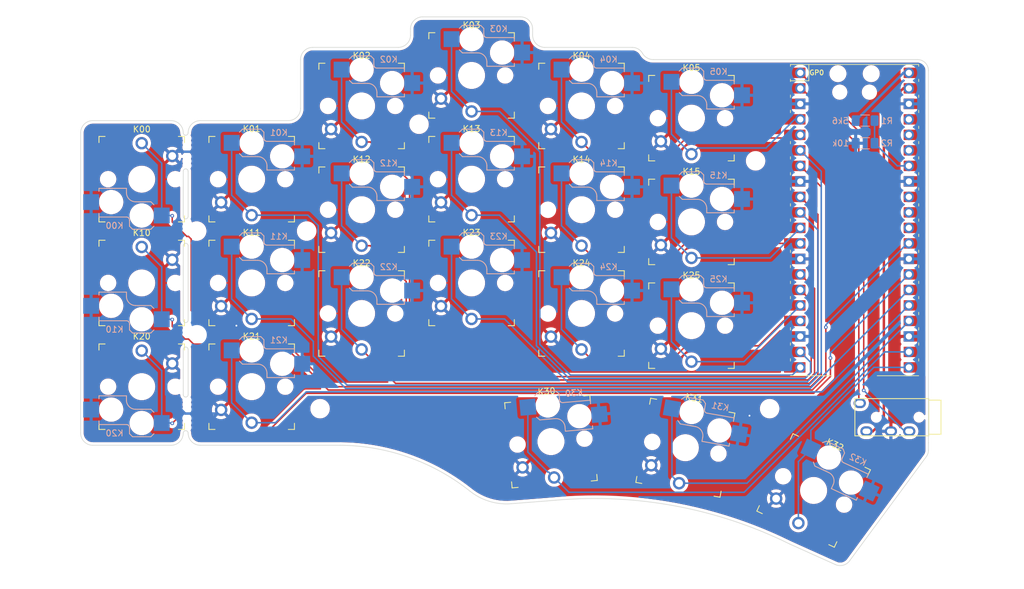
<source format=kicad_pcb>
(kicad_pcb (version 20240108) (generator "pcbnew") (generator_version "8.0")
  (title_block (rev "rev1.0"))
  (layers (0 "F.Cu" signal) (31 "B.Cu" signal) (34 "B.Paste" user) (35 "F.Paste" user) (36 "B.SilkS" user "B.Silkscreen") (37 "F.SilkS" user "F.Silkscreen") (38 "B.Mask" user) (39 "F.Mask" user) (44 "Edge.Cuts" user))
  (net 0 "")
  (net 1 "GND")
  (net 2 "/k00")
  (net 3 "/k01")
  (net 4 "/k02")
  (net 5 "/k03")
  (net 6 "/k04")
  (net 7 "/k05")
  (net 8 "/k10")
  (net 9 "/k11")
  (net 10 "/k12")
  (net 11 "/k13")
  (net 12 "/k14")
  (net 13 "/k15")
  (net 14 "/k20")
  (net 15 "/k21")
  (net 16 "/k22")
  (net 17 "/k23")
  (net 18 "/k24")
  (net 19 "/k25")
  (net 20 "/k30")
  (net 21 "/k31")
  (net 22 "/k32")
  (net 23 "rx")
  (net 24 "tx")
  (net 25 "VBUS")
  (net 26 "vbus_sense")
  (net 33 "VCC")
  (footprint "keyswitches:Kailh_socket_PG1350_optional" (layer "F.Cu") (at 164 94)
    (property "Reference" "K25")
    (property "Value" "KEYSW")
  )
  (footprint "keyswitches:Kailh_socket_PG1350_optional" (layer "F.Cu") (at 146 92)
    (property "Reference" "K24")
    (property "Value" "KEYSW")
  )
  (footprint "keyswitches:Kailh_socket_PG1350_optional" (layer "F.Cu") (at 92 104)
    (property "Reference" "K21")
    (property "Value" "KEYSW")
  )
  (footprint "keyswitches:Kailh_socket_PG1350_optional" (layer "F.Cu") (at 110 58)
    (property "Reference" "K02")
    (property "Value" "KEYSW")
  )
  (footprint "beekeeb_lib:MountingHole_2.2mm_M2-8mm" (layer "F.Cu") (at 103.2 107.6)
    (property "Reference" "H4" (hide yes))
    (property "Value" "MountingHole")
  )
  (footprint "keyswitches:Kailh_socket_PG1350_optional" (layer "F.Cu") (at 74 87 180)
    (property "Reference" "K10")
    (property "Value" "KEYSW")
  )
  (footprint "RPi_Pico:RPi_Pico_SMD_TH" (layer "F.Cu") (at 190.7032 76.708)
    (property "Reference" "U2" (hide yes))
    (property "Value" "Pico")
  )
  (footprint "keyswitches:Kailh_socket_PG1350_optional" (layer "F.Cu") (at 146 58)
    (property "Reference" "K04")
    (property "Value" "KEYSW")
  )
  (footprint "keyswitches:Kailh_socket_PG1350_optional" (layer "F.Cu") (at 110 75)
    (property "Reference" "K12")
    (property "Value" "KEYSW")
  )
  (footprint "beekeeb_lib:MountingHole_2.2mm_M2-8mm" (layer "F.Cu") (at 174.5 67)
    (property "Reference" "H2" (hide yes))
    (property "Value" "MountingHole")
  )
  (footprint "keyswitches:Kailh_socket_PG1350_optional" (layer "F.Cu") (at 141 113 5)
    (property "Reference" "K30")
    (property "Value" "KEYSW")
  )
  (footprint "beekeeb_lib:MountingHole_2.2mm_M2-8mm" (layer "F.Cu") (at 83 95.5)
    (property "Reference" "H4" (hide yes))
    (property "Value" "MountingHole")
  )
  (footprint "keyswitches:Kailh_socket_PG1350_optional" (layer "F.Cu") (at 92 70)
    (property "Reference" "K01")
    (property "Value" "KEYSW")
  )
  (footprint "beekeeb_lib:mousebites_2" (layer "F.Cu") (at 81.4 78.5 90)
    (property "Reference" "MB1" (hide yes))
    (property "Value" "MountingHole" (hide yes))
  )
  (footprint "beekeeb_lib:mousebites_3" (layer "F.Cu") (at 81.4 108.4352 90)
    (property "Reference" "MB3" (hide yes))
    (property "Value" "MountingHole" (hide yes))
  )
  (footprint "beekeeb_lib:mousebites_2" (layer "F.Cu") (at 81.4 95.5 90)
    (property "Reference" "MB2" (hide yes))
    (property "Value" "MountingHole" (hide yes))
  )
  (footprint "keyswitches:Kailh_socket_PG1350_optional" (layer "F.Cu") (at 146 75)
    (property "Reference" "K14")
    (property "Value" "KEYSW")
  )
  (footprint "keyswitches:Kailh_socket_PG1350_optional" (layer "F.Cu") (at 128 87)
    (property "Reference" "K23")
    (property "Value" "KEYSW")
  )
  (footprint "keyswitches:Kailh_socket_PG1350_optional" (layer "F.Cu") (at 128 53)
    (property "Reference" "K03")
    (property "Value" "KEYSW")
  )
  (footprint "beekeeb_lib:MountingHole_2.2mm_M2-8mm" (layer "F.Cu") (at 83 78.5)
    (property "Reference" "H4" (hide yes))
    (property "Value" "MountingHole")
  )
  (footprint "beekeeb_lib:MountingHole_2.2mm_M2-8mm" (layer "F.Cu") (at 119.4 61)
    (property "Reference" "H1" (hide yes))
    (property "Value" "MountingHole")
  )
  (footprint "keyswitches:Kailh_socket_PG1350_optional" (layer "F.Cu") (at 110 92)
    (property "Reference" "K22")
    (property "Value" "KEYSW")
  )
  (footprint "Keebio-Parts:TRRS-PJ-320A" (layer "F.Cu") (at 202.85 109 -90)
    (property "Reference" "J1" (hide yes))
    (property "Value" "TRRS")
  )
  (footprint "keyswitches:Kailh_socket_PG1350_optional" (layer "F.Cu") (at 164 77)
    (property "Reference" "K15")
    (property "Value" "KEYSW")
  )
  (footprint "beekeeb_lib:MountingHole_2.2mm_M2-8mm" (layer "F.Cu") (at 176.8 107.6)
    (property "Reference" "H3" (hide yes))
    (property "Value" "MountingHole")
  )
  (footprint "beekeeb_lib:MountingHole_2.2mm_M2-8mm" (layer "F.Cu") (at 101 78.5)
    (property "Reference" "H1" (hide yes))
    (property "Value" "MountingHole")
  )
  (footprint "keyswitches:Kailh_socket_PG1350_optional" (layer "F.Cu") (at 184 121 -25)
    (property "Reference" "K32")
    (property "Value" "KEYSW")
  )
  (footprint "keyswitches:Kailh_socket_PG1350_optional" (layer "F.Cu") (at 92 87)
    (property "Reference" "K11")
    (property "Value" "KEYSW")
  )
  (footprint "keyswitches:Kailh_socket_PG1350_optional" (layer "F.Cu") (at 164 60)
    (property "Reference" "K05")
    (property "Value" "KEYSW")
  )
  (footprint "beekeeb_lib:mousebites_3" (layer "F.Cu") (at 81.4 65.5352 90)
    (property "Reference" "MB4" (hide yes))
    (property "Value" "MountingHole" (hide yes))
  )
  (footprint "keyswitches:Kailh_socket_PG1350_optional" (layer "F.Cu") (at 74 104 180)
    (property "Reference" "K20")
    (property "Value" "KEYSW")
  )
  (footprint "keyswitches:Kailh_socket_PG1350_optional" (layer "F.Cu") (at 128 70)
    (property "Reference" "K13")
    (property "Value" "KEYSW")
  )
  (footprint "keyswitches:Kailh_socket_PG1350_optional" (layer "F.Cu") (at 74 70 180)
    (property "Reference" "K00")
    (property "Value" "KEYSW")
  )
  (footprint "keyswitches:Kailh_socket_PG1350_optional" (layer "F.Cu") (at 163 114 -10)
    (property "Reference" "K31")
    (property "Value" "KEYSW")
  )
  (footprint "Resistor_SMD:R_1206_3216Metric_Pad1.30x1.75mm_HandSolder" (layer "B.Cu") (at 192.4304 64.1096 180)
    (property "Reference" "R2")
    (property "Value" "10k")
  )
  (footprint "Resistor_SMD:R_1206_3216Metric_Pad1.30x1.75mm_HandSolder" (layer "B.Cu") (at 192.4304 60.4012)
    (property "Reference" "R1")
    (property "Value" "5k6")
  )
  (gr_line (start 81.6 97.9) (end 81.6 105.3) (stroke (width 0.1)) (layer "Edge.Cuts"))
  (gr_arc (start 201 50.4) (mid 202.272792 50.927208) (end 202.8 52.2) (stroke (width 0.1)) (layer "Edge.Cuts"))
  (gr_line (start 98 60.4) (end 83.6 60.4) (stroke (width 0.1)) (layer "Edge.Cuts"))
  (gr_arc (start 100 50.4) (mid 100.585786 48.985786) (end 102 48.4) (stroke (width 0.1)) (layer "Edge.Cuts"))
  (gr_line (start 83.6 113.6) (end 106.5 113.6) (stroke (width 0.1)) (layer "Edge.Cuts"))
  (gr_line (start 189.949999 132.449999) (end 202.434044 115.487896) (stroke (width 0.1)) (layer "Edge.Cuts"))
  (gr_arc (start 134.5 123.175) (mid 130.930967 122.788889) (end 127.75 121.125) (stroke (width 0.1)) (layer "Edge.Cuts"))
  (gr_arc (start 118 45.4) (mid 118.585786 43.985786) (end 120 43.4) (stroke (width 0.1)) (layer "Edge.Cuts"))
  (gr_arc (start 78.8 60.4) (mid 80.214214 60.985786) (end 80.8 62.4) (stroke (width 0.1)) (layer "Edge.Cuts"))
  (gr_line (start 201 50.4) (end 157.750002 50.399998) (stroke (width 0.1)) (layer "Edge.Cuts"))
  (gr_line (start 118 45.4) (end 118 46.4) (stroke (width 0.1)) (layer "Edge.Cuts"))
  (gr_arc (start 81.6 62.4) (mid 81.2 62.8) (end 80.8 62.4) (stroke (width 0.1)) (layer "Edge.Cuts"))
  (gr_line (start 138 46.4) (end 138 45.4) (stroke (width 0.1)) (layer "Edge.Cuts"))
  (gr_line (start 81.6 68.7) (end 81.6 76.1) (stroke (width 0.1)) (layer "Edge.Cuts"))
  (gr_arc (start 81.6 93.1) (mid 81.2 93.5) (end 80.8 93.1) (stroke (width 0.1)) (layer "Edge.Cuts"))
  (gr_arc (start 80.8 111.6) (mid 81.2 111.2) (end 81.6 111.6) (stroke (width 0.1)) (layer "Edge.Cuts"))
  (gr_arc (start 81.6 76.1) (mid 81.2 76.5) (end 80.8 76.1) (stroke (width 0.1)) (layer "Edge.Cuts"))
  (gr_arc (start 80.8 111.6) (mid 80.214214 113.014214) (end 78.8 113.6) (stroke (width 0.1)) (layer "Edge.Cuts"))
  (gr_line (start 80.8 97.9) (end 80.8 105.3) (stroke (width 0.1)) (layer "Edge.Cuts"))
  (gr_arc (start 202.8 114.4) (mid 202.70606 114.973899) (end 202.434044 115.487896) (stroke (width 0.1)) (layer "Edge.Cuts"))
  (gr_line (start 100 50.4) (end 100 58.4) (stroke (width 0.1)) (layer "Edge.Cuts"))
  (gr_arc (start 80.8 68.7) (mid 81.2 68.3) (end 81.6 68.7) (stroke (width 0.1)) (layer "Edge.Cuts"))
  (gr_line (start 78.8 60.4) (end 66 60.4) (stroke (width 0.1)) (layer "Edge.Cuts"))
  (gr_line (start 66 113.6) (end 78.8 113.6) (stroke (width 0.1)) (layer "Edge.Cuts"))
  (gr_arc (start 136 43.4) (mid 137.414214 43.985786) (end 138 45.4) (stroke (width 0.1)) (layer "Edge.Cuts"))
  (gr_arc (start 118 46.4) (mid 117.414214 47.814214) (end 116 48.4) (stroke (width 0.1)) (layer "Edge.Cuts"))
  (gr_arc (start 66 113.6) (mid 64.585786 113.014214) (end 64 111.6) (stroke (width 0.1)) (layer "Edge.Cuts"))
  (gr_line (start 202.8 114.4) (end 202.8 113.2) (stroke (width 0.1)) (layer "Edge.Cuts"))
  (gr_line (start 141.8 122.600001) (end 134.5 123.175) (stroke (width 0.1)) (layer "Edge.Cuts"))
  (gr_line (start 180.129399 129.8) (end 187.513868 133.121447) (stroke (width 0.1)) (layer "Edge.Cuts"))
  (gr_arc (start 83.6 113.6) (mid 82.185786 113.014214) (end 81.6 111.6) (stroke (width 0.1)) (layer "Edge.Cuts"))
  (gr_arc (start 140 48.4) (mid 138.585786 47.814214) (end 138 46.4) (stroke (width 0.1)) (layer "Edge.Cuts"))
  (gr_line (start 80.8 68.7) (end 80.8 76.1) (stroke (width 0.1)) (layer "Edge.Cuts"))
  (gr_arc (start 157.750002 50.399998) (mid 156.742216 50.132373) (end 156 49.4) (stroke (width 0.1)) (layer "Edge.Cuts"))
  (gr_line (start 64 62.4) (end 64 111.6) (stroke (width 0.1)) (layer "Edge.Cuts"))
  (gr_arc (start 80.8 97.9) (mid 81.2 97.5) (end 81.6 97.9) (stroke (width 0.1)) (layer "Edge.Cuts"))
  (gr_line (start 80.8 80.9) (end 80.8 93.1) (stroke (width 0.1)) (layer "Edge.Cuts"))
  (gr_arc (start 80.8 80.9) (mid 81.2 80.5) (end 81.6 80.9) (stroke (width 0.1)) (layer "Edge.Cuts"))
  (gr_line (start 136 43.4) (end 120 43.4) (stroke (width 0.1)) (layer "Edge.Cuts"))
  (gr_arc (start 64 62.4) (mid 64.585786 60.985786) (end 66 60.4) (stroke (width 0.1)) (layer "Edge.Cuts"))
  (gr_arc (start 106.5 113.600001) (mid 117.756229 115.57996) (end 127.75 121.125) (stroke (width 0.1)) (layer "Edge.Cuts"))
  (gr_line (start 116 48.4) (end 102 48.4) (stroke (width 0.1)) (layer "Edge.Cuts"))
  (gr_arc (start 154.3 48.4) (mid 155.286154 48.668538) (end 156 49.4) (stroke (width 0.1)) (layer "Edge.Cuts"))
  (gr_line (start 81.6 80.9) (end 81.6 93.1) (stroke (width 0.1)) (layer "Edge.Cuts"))
  (gr_line (start 202.8 113.2) (end 202.8 52.2) (stroke (width 0.1)) (layer "Edge.Cuts"))
  (gr_arc (start 81.6 105.3) (mid 81.2 105.7) (end 80.8 105.3) (stroke (width 0.1)) (layer "Edge.Cuts"))
  (gr_arc (start 100 58.4) (mid 99.414214 59.814214) (end 98 60.4) (stroke (width 0.1)) (layer "Edge.Cuts"))
  (gr_arc (start 81.6 62.4) (mid 82.185786 60.985786) (end 83.6 60.4) (stroke (width 0.1)) (layer "Edge.Cuts"))
  (gr_arc (start 189.949999 132.449999) (mid 188.858511 133.244969) (end 187.513868 133.121447) (stroke (width 0.1)) (layer "Edge.Cuts"))
  (gr_line (start 154.3 48.4) (end 140 48.4) (stroke (width 0.1)) (layer "Edge.Cuts"))
  (gr_arc (start 141.8 122.600001) (mid 161.459797 123.564333) (end 180.129399 129.8) (stroke (width 0.1)) (layer "Edge.Cuts"))
  (segment (start 199.5932 95.758) (end 198.3432 95.758) (width 0.4) (layer "F.Cu") (net 1))
  (segment (start 198.3432 95.758) (end 196.65 97.4512) (width 0.4) (layer "F.Cu") (net 1))
  (segment (start 196.65 97.4512) (end 196.65 111.3) (width 0.4) (layer "F.Cu") (net 1))
  (via (at 89.5 94) (size 0.6) (drill 0.3) (layers "F.Cu" "B.Cu") (net 1))
  (via (at 173.5 108.75) (size 0.6) (drill 0.3) (layers "F.Cu" "B.Cu") (net 1))
  (segment (start 81.125527 108.4) (end 77.99952 105.273993) (width 0.4) (layer "B.Cu") (net 1))
  (segment (start 84 67.2) (end 84 70.8) (width 0.4) (layer "B.Cu") (net 1))
  (segment (start 77.99952 105.273993) (end 77.99952 101.20048) (width 0.4) (layer "B.Cu") (net 1))
  (segment (start 87 107.8) (end 86.4 108.4) (width 0.4) (layer "B.Cu") (net 1))
  (segment (start 84 70.8) (end 87 73.8) (width 0.4) (layer "B.Cu") (net 1))
  (segment (start 82.3 65.5) (end 84 67.2) (width 0.4) (layer "B.Cu") (net 1))
  (segment (start 77.99952 101.20048) (end 79 100.2) (width 0.4) (layer "B.Cu") (net 1))
  (segment (start 79.7 65.5) (end 82.3 65.5) (width 0.4) (layer "B.Cu") (net 1))
  (segment (start 86.4 108.4) (end 81.125527 108.4) (width 0.4) (layer "B.Cu") (net 1))
  (segment (start 79 66.2) (end 79.7 65.5) (width 0.4) (layer "B.Cu") (net 1))
  (segment (start 183.532555 103.999081) (end 185.249999 102.281637) (width 0.25) (layer "F.Cu") (net 2))
  (segment (start 185.249999 102.281637) (end 185.25 71.2548) (width 0.25) (layer "F.Cu") (net 2))
  (segment (start 81.658686 79.375479) (end 82.1 79.816793) (width 0.25) (layer "F.Cu") (net 2))
  (segment (start 79 77) (end 81.375479 79.375479) (width 0.25) (layer "F.Cu") (net 2))
  (segment (start 79 76) (end 79 77) (width 0.25) (layer "F.Cu") (net 2))
  (segment (start 95.601649 94.824511) (end 104.776219 103.999081) (width 0.25) (layer "F.Cu") (net 2))
  (segment (start 82.1 91.5) (end 85.424511 94.824511) (width 0.25) (layer "F.Cu") (net 2))
  (segment (start 104.776219 103.999081) (end 183.532555 103.999081) (width 0.25) (layer "F.Cu") (net 2))
  (segment (start 185.25 71.2548) (end 181.8132 67.818) (width 0.25) (layer "F.Cu") (net 2))
  (segment (start 82.1 79.816793) (end 82.1 91.5) (width 0.25) (layer "F.Cu") (net 2))
  (segment (start 81.375479 79.375479) (end 81.658686 79.375479) (width 0.25) (layer "F.Cu") (net 2))
  (segment (start 85.424511 94.824511) (end 95.601649 94.824511) (width 0.25) (layer "F.Cu") (net 2))
  (via (at 79 76) (size 0.6) (drill 0.3) (layers "F.Cu" "B.Cu") (net 2))
  (segment (start 77.275 67.375) (end 77.275 75.95) (width 0.25) (layer "B.Cu") (net 2))
  (segment (start 78.95 75.95) (end 77.275 75.95) (width 0.25) (layer "B.Cu") (net 2))
  (segment (start 79 76) (end 78.95 75.95) (width 0.25) (layer "B.Cu") (net 2))
  (segment (start 74 64.1) (end 77.275 67.375) (width 0.25) (layer "B.Cu") (net 2))
  (segment (start 107.626657 103.749519) (end 183.204543 103.749519) (width 0.25) (layer "B.Cu") (net 3))
  (segment (start 101.2 75.9) (end 102.9 77.6) (width 0.25) (layer "B.Cu") (net 3))
  (segment (start 183.204543 103.749519) (end 185.25 101.704062) (width 0.25) (layer "B.Cu") (net 3))
  (segment (start 102.9 77.6) (end 102.9 99.022862) (width 0.25) (layer "B.Cu") (net 3))
  (segment (start 88.725 64.05) (end 88.725 72.625) (width 0.25) (layer "B.Cu") (net 3))
  (segment (start 185.25 68.7148) (end 181.8132 65.278) (width 0.25) (layer "B.Cu") (net 3))
  (segment (start 88.725 72.625) (end 92 75.9) (width 0.25) (layer "B.Cu") (net 3))
  (segment (start 92 75.9) (end 101.2 75.9) (width 0.25) (layer "B.Cu") (net 3))
  (segment (start 102.9 99.022862) (end 107.626657 103.749519) (width 0.25) (layer "B.Cu") (net 3))
  (segment (start 185.25 101.704062) (end 185.25 68.7148) (width 0.25) (layer "B.Cu") (net 3))
  (segment (start 117.84952 96.34952) (end 123.850521 102.350521) (width 0.25) (layer "F.Cu") (net 4))
  (segment (start 117.849519 70.312679) (end 117.84952 96.34952) (width 0.25) (layer "F.Cu") (net 4))
  (segment (start 110 63.9) (end 111.43684 63.9) (width 0.25) (layer "F.Cu") (net 4))
  (segment (start 183.60144 89.92624) (end 181.8132 88.138) (width 0.25) (layer "F.Cu") (net 4))
  (segment (start 111.43684 63.9) (end 117.849519 70.312679) (width 0.25) (layer "F.Cu") (net 4))
  (segment (start 183.60144 101.590008) (end 183.60144 89.92624) (width 0.25) (layer "F.Cu") (net 4))
  (segment (start 182.849701 102.350521) (end 183.600111 101.600111) (width 0.25) (layer "F.Cu") (net 4))
  (segment (start 123.850521 102.350521) (end 182.849701 102.350521) (width 0.25) (layer "F.Cu") (net 4))
  (segment (start 106.725 60.625) (end 110 63.9) (width 0.25) (layer "B.Cu") (net 4))
  (segment (start 106.725 52.05) (end 106.725 60.625) (width 0.25) (layer "B.Cu") (net 4))
  (segment (start 128 58.9) (end 132.574022 58.9) (width 0.25) (layer "B.Cu") (net 5))
  (segment (start 124.725 47.05) (end 124.725 55.625) (width 0.25) (layer "B.Cu") (net 5))
  (segment (start 181.762 100.838) (end 180.5 102.1) (width 0.25) (layer "B.Cu") (net 5))
  (segment (start 139.175479 97.075479) (end 144.2 102.1) (width 0.25) (layer "B.Cu") (net 5))
  (segment (start 139.175479 65.501457) (end 139.175479 97.075479) (width 0.25) (layer "B.Cu") (net 5))
  (segment (start 144.2 102.1) (end 180.5 102.1) (width 0.25) (layer "B.Cu") (net 5))
  (segment (start 181.8132 100.838) (end 181.762 100.838) (width 0.25) (layer "B.Cu") (net 5))
  (segment (start 132.574022 58.9) (end 139.175479 65.501457) (width 0.25) (layer "B.Cu") (net 5))
  (segment (start 124.725 55.625) (end 128 58.9) (width 0.25) (layer "B.Cu") (net 5))
  (segment (start 160.15 66.25) (end 163.15 63.25) (width 0.25) (layer "F.Cu") (net 6))
  (segment (start 146 63.9) (end 148.35 66.25) (width 0.25) (layer "F.Cu") (net 6))
  (segment (start 163.15 63.25) (end 181.3012 63.25) (width 0.25) (layer "F.Cu") (net 6))
  (segment (start 148.35 66.25) (end 160.15 66.25) (width 0.25) (layer "F.Cu") (net 6))
  (segment (start 181.3012 63.25) (end 181.8132 62.738) (width 0.25) (layer "F.Cu") (net 6))
  (segment (start 142.725 52.05) (end 142.725 60.625) (width 0.25) (layer "B.Cu") (net 6))
  (segment (start 142.725 60.625) (end 146 63.9) (width 0.25) (layer "B.Cu") (net 6))
  (segment (start 160.725 54.05) (end 160.725 62.625) (width 0.25) (layer "B.Cu") (net 7))
  (segment (start 160.725 62.625) (end 164 65.9) (width 0.25) (layer "B.Cu") (net 7))
  (segment (start 176.215999 64.884001) (end 180.902 60.198) (width 0.25) (layer "B.Cu") (net 7))
  (segment (start 180.902 60.198) (end 181.8132 60.198) (width 0.25) (layer "B.Cu") (net 7))
  (segment (start 165.015999 64.884001) (end 176.215999 64.884001) (width 0.25) (layer "B.Cu") (net 7))
  (segment (start 164 65.9) (end 165.015999 64.884001) (width 0.25) (layer "B.Cu") (net 7))
  (segment (start 95.424521 95.424521) (end 104.548601 104.548601) (width 0.25) (layer "F.Cu") (net 8))
  (segment (start 81.664711 96.2) (end 82.489232 97.024521) (width 0.25) (layer "F.Cu") (net 8))
  (segment (start 81.1 96.2) (end 81.664711 96.2) (width 0.25) (layer "F.Cu") (net 8))
  (segment (start 104.548601 104.548601) (end 183.760173 104.548601) (width 0.25) (layer "F.Cu") (net 8))
  (segment (start 183.760173 104.548601) (end 183.854387 104.454387) (width 0.25) (layer "F.Cu") (net 8))
  (segment (start 186 102.308774) (end 183.854387 104.454387) (width 0.25) (layer "F.Cu") (net 8))
  (segment (start 79 94.1) (end 81.1 96.2) (width 0.25) (layer "F.Cu") (net 8))
  (segment (start 79 93) (end 79 94.1) (width 0.25) (layer "F.Cu") (net 8))
  (segment (start 183.854387 104.454387) (end 183.779387 104.529387) (width 0.25) (layer "F.Cu") (net 8))
  (segment (start 186 94.25) (end 186 102.3) (width 0.25) (layer "F.Cu") (net 8))
  (segment (start 84.531478 97.024521) (end 86.131478 95.424521) (width 0.25) (layer "F.Cu") (net 8))
  (segment (start 86.131478 95.424521) (end 95.424521 95.424521) (width 0.25) (layer "F.Cu") (net 8))
  (segment (start 186 102.3) (end 186 102.308774) (width 0.25) (layer "F.Cu") (net 8))
  (segment (start 82.489232 97.024521) (end 84.531478 97.024521) (width 0.25) (layer "F.Cu") (net 8))
  (via (at 186 94.25) (size 0.6) (drill 0.3) (layers "F.Cu" "B.Cu") (net 8))
  (via (at 79 93) (size 0.6) (drill 0.3) (layers "F.Cu" "B.Cu") (net 8))
  (segment (start 186 93.860769) (end 199.342769 80.518) (width 0.25) (layer "B.Cu") (net 8))
  (segment (start 79 93) (end 78.95 92.95) (width 0.25) (layer "B.Cu") (net 8))
  (segment (start 186 94.25) (end 186 93.860769) (width 0.25) (layer "B.Cu") (net 8))
  (segment (start 199.342769 80.518) (end 199.5932 80.518) (width 0.25) (layer "B.Cu") (net 8))
  (segment (start 77.275 84.375) (end 74 81.1) (width 0.25) (layer "B.Cu") (net 8))
  (segment (start 77.275 92.95) (end 77.275 84.375) (width 0.25) (layer "B.Cu") (net 8))
  (segment (start 78.95 92.95) (end 77.275 92.95) (width 0.25) (layer "B.Cu") (net 8))
  (segment (start 88.725 81.05) (end 88.725 89.625) (width 0.25) (layer "B.Cu") (net 9))
  (segment (start 107.39904 104.29904) (end 183.43216 104.29904) (width 0.25) (layer "B.Cu") (net 9))
  (segment (start 102.1 96.577138) (end 102.1 99) (width 0.25) (layer "B.Cu") (net 9))
  (segment (start 183.43216 104.29904) (end 199.5932 88.138) (width 0.25) (layer "B.Cu") (net 9))
  (segment (start 98.422862 92.9) (end 102.1 96.577138) (width 0.25) (layer "B.Cu") (net 9))
  (segment (start 92 92.9) (end 98.422862 92.9) (width 0.25) (layer "B.Cu") (net 9))
  (segment (start 88.725 89.625) (end 92 92.9) (width 0.25) (layer "B.Cu") (net 9))
  (segment (start 102.1 99) (end 107.39904 104.29904) (width 0.25) (layer "B.Cu") (net 9))
  (segment (start 123.300041 102.900041) (end 183.077319 102.900041) (width 0.25) (layer "F.Cu") (net 10))
  (segment (start 181.822222 85.598) (end 181.8132 85.598) (width 0.25) (layer "F.Cu") (net 10))
  (segment (start 184.15096 101.8264) (end 184.15096 87.926738) (width 0.25) (layer "F.Cu") (net 10))
  (segment (start 111.43684 80.9) (end 117.3 86.76316) (width 0.25) (layer "F.Cu") (net 10))
  (segment (start 184.15096 87.926738) (end 181.822222 85.598) (width 0.25) (layer "F.Cu") (net 10))
  (segment (start 110 80.9) (end 111.43684 80.9) (width 0.25) (layer "F.Cu") (net 10))
  (segment (start 183.077319 102.900041) (end 184.15096 101.8264) (width 0.25) (layer "F.Cu") (net 10))
  (segment (start 117.3 96.9) (end 123.300041 102.900041) (width 0.25) (layer "F.Cu") (net 10))
  (segment (start 117.3 86.76316) (end 117.3 96.9) (width 0.25) (layer "F.Cu") (net 10))
  (segment (start 106.725 77.625) (end 110 80.9) (width 0.25) (layer "B.Cu") (net 10))
  (segment (start 106.725 69.05) (end 106.725 77.625) (width 0.25) (layer "B.Cu") (net 10))
  (segment (start 183.5 101.75) (end 183.5 99.9848) (width 0.25) (layer "B.Cu") (net 11))
  (segment (start 124.725 64.05) (end 124.725 72.625) (width 0.25) (layer "B.Cu") (net 11))
  (segment (start 143.972382 102.64952) (end 160.626418 102.64952) (width 0.25) (layer "B.Cu") (net 11))
  (segment (start 160.7 102.64952) (end 182.60048 102.64952) (width 0.25) (layer "B.Cu") (net 11))
  (segment (start 182.60048 102.64952) (end 183.5 101.75) (width 0.25) (layer "B.Cu") (net 11))
  (segment (start 138.62596 97.303098) (end 143.972382 102.64952) (width 0.25) (layer "B.Cu") (net 11))
  (segment (start 124.725 72.625) (end 128 75.9) (width 0.25) (layer "B.Cu") (net 11))
  (segment (start 132.574022 75.9) (end 138.625959 81.951937) (width 0.25) (layer "B.Cu") (net 11))
  (segment (start 183.5 99.9848) (end 181.8132 98.298) (width 0.25) (layer "B.Cu") (net 11))
  (segment (start 138.625959 81.951937) (end 138.62596 97.303098) (width 0.25) (layer "B.Cu") (net 11))
  (segment (start 128 75.9) (end 132.574022 75.9) (width 0.25) (layer "B.Cu") (net 11))
  (segment (start 146 80.9) (end 148.4 83.3) (width 0.25) (layer "F.Cu") (net 12))
  (segment (start 160.2 83.3) (end 162.982 80.518) (width 0.25) (layer "F.Cu") (net 12))
  (segment (start 162.982 80.518) (end 181.8132 80.518) (width 0.25) (layer "F.Cu") (net 12))
  (segment (start 148.4 83.3) (end 160.2 83.3) (width 0.25) (layer "F.Cu") (net 12))
  (segment (start 142.725 77.625) (end 146 80.9) (width 0.25) (layer "B.Cu") (net 12))
  (segment (start 142.725 69.05) (end 142.725 77.625) (width 0.25) (layer "B.Cu") (net 12))
  (segment (start 160.725 79.625) (end 164 82.9) (width 0.25) (layer "B.Cu") (net 13))
  (segment (start 176.8912 82.9) (end 181.8132 77.978) (width 0.25) (layer "B.Cu") (net 13))
  (segment (start 160.725 71.05) (end 160.725 79.625) (width 0.25) (layer "B.Cu") (net 13))
  (segment (start 164 82.9) (end 176.8912 82.9) (width 0.25) (layer "B.Cu") (net 13))
  (segment (start 186.75 102.335912) (end 186.75 99.3) (width 0.25) (layer "F.Cu") (net 14))
  (segment (start 88.05 111.8) (end 94.2 111.8) (width 0.25) (layer "F.Cu") (net 14))
  (segment (start 84.65 108.4) (end 88.05 111.8) (width 0.25) (layer "F.Cu") (net 14))
  (segment (start 79 110) (end 80.6 108.4) (width 0.25) (layer "F.Cu") (net 14))
  (segment (start 100.901879 105.098121) (end 183.987791 105.098121) (width 0.25) (layer "F.Cu") (net 14))
  (segment (start 80.6 108.4) (end 84.65 108.4) (width 0.25) (layer "F.Cu") (net 14))
  (segment (start 183.987791 105.098121) (end 186.75 102.335912) (width 0.25) (layer "F.Cu") (net 14))
  (segment (start 94.2 111.8) (end 100.901879 105.098121) (width 0.25) (layer "F.Cu") (net 14))
  (via (at 186.75 99.3) (size 0.6) (drill 0.3) (layers "F.Cu" "B.Cu") (net 14))
  (via (at 79 110) (size 0.6) (drill 0.3) (layers "F.Cu" "B.Cu") (net 14))
  (segment (start 79 110) (end 78.95 109.95) (width 0.25) (layer "B.Cu") (net 14))
  (segment (start 77.275 101.375) (end 74 98.1) (width 0.25) (layer "B.Cu") (net 14))
  (segment (start 78.95 109.95) (end 77.275 109.95) (width 0.25) (layer "B.Cu") (net 14))
  (segment (start 77.275 109.95) (end 77.275 101.375) (width 0.25) (layer "B.Cu") (net 14))
  (segment (start 186.75 98.4412) (end 199.5932 85.598) (width 0.25) (layer "B.Cu") (net 14))
  (segment (start 186.75 99.3) (end 186.75 98.4412) (width 0.25) (layer "B.Cu") (net 14))
  (segment (start 88.725 106.625) (end 92 109.9) (width 0.25) (layer "B.Cu") (net 15))
  (segment (start 185.42264 104.84856) (end 199.5932 90.678) (width 0.25) (layer "B.Cu") (net 15))
  (segment (start 100.95144 104.84856) (end 185.42264 104.84856) (width 0.25) (layer "B.Cu") (net 15))
  (segment (start 88.725 98.05) (end 88.725 106.625) (width 0.25) (layer "B.Cu") (net 15))
  (segment (start 95.9 109.9) (end 100.95144 104.84856) (width 0.25) (layer "B.Cu") (net 15))
  (segment (start 92 109.9) (end 95.9 109.9) (width 0.25) (layer "B.Cu") (net 15))
  (segment (start 183.304937 103.449561) (end 184.70048 102.054018) (width 0.25) (layer "F.Cu") (net 16))
  (segment (start 184.70048 75.78528) (end 181.8132 72.898) (width 0.25) (layer "F.Cu") (net 16))
  (segment (start 115.549561 103.449561) (end 183.304937 103.449561) (width 0.25) (layer "F.Cu") (net 16))
  (segment (start 110 97.9) (end 115.549561 103.449561) (width 0.25) (layer "F.Cu") (net 16))
  (segment (start 184.70048 102.054018) (end 184.70048 75.78528) (width 0.25) (layer "F.Cu") (net 16))
  (segment (start 106.725 94.625) (end 110 97.9) (width 0.25) (layer "B.Cu") (net 16))
  (segment (start 106.725 86.05) (end 106.725 94.625) (width 0.25) (layer "B.Cu") (net 16))
  (segment (start 124.725 89.625) (end 128 92.9) (width 0.25) (layer "B.Cu") (net 17))
  (segment (start 184.70048 78.32528) (end 181.8132 75.438) (width 0.25) (layer "B.Cu") (net 17))
  (segment (start 143.7 103.2) (end 182.976924 103.2) (width 0.25) (layer "B.Cu") (net 17))
  (segment (start 128 92.9) (end 133.4 92.9) (width 0.25) (layer "B.Cu") (net 17))
  (segment (start 124.725 81.05) (end 124.725 89.625) (width 0.25) (layer "B.Cu") (net 17))
  (segment (start 133.4 92.9) (end 143.7 103.2) (width 0.25) (layer "B.Cu") (net 17))
  (segment (start 184.70048 101.476444) (end 184.70048 78.32528) (width 0.25) (layer "B.Cu") (net 17))
  (segment (start 182.976924 103.2) (end 184.70048 101.476444) (width 0.25) (layer "B.Cu") (net 17))
  (segment (start 160.15 100.25) (end 163.1 97.3) (width 0.25) (layer "F.Cu") (net 18))
  (segment (start 148.35 100.25) (end 160.15 100.25) (width 0.25) (layer "F.Cu") (net 18))
  (segment (start 179.082 93.218) (end 181.8132 93.218) (width 0.25) (layer "F.Cu") (net 18))
  (segment (start 146 97.9) (end 148.35 100.25) (width 0.25) (layer "F.Cu") (net 18))
  (segment (start 175 97.3) (end 179.082 93.218) (width 0.25) (layer "F.Cu") (net 18))
  (segment (start 163.1 97.3) (end 175 97.3) (width 0.25) (layer "F.Cu") (net 18))
  (segment (start 142.725 86.05) (end 142.725 94.625) (width 0.25) (layer "B.Cu") (net 18))
  (segment (start 142.725 94.625) (end 146 97.9) (width 0.25) (layer "B.Cu") (net 18))
  (segment (start 160.725 88.05) (end 160.725 96.625) (width 0.25) (layer "B.Cu") (net 19))
  (segment (start 164 99.9) (end 172.5912 99.9) (width 0.25) (layer "B.Cu") (net 19))
  (segment (start 172.5912 99.9) (end 181.8132 90.678) (width 0.25) (layer "B.Cu") (net 19))
  (segment (start 160.725 96.625) (end 164 99.9) (width 0.25) (layer "B.Cu") (net 19))
  (segment (start 141.514219 118.877549) (end 143.93667 121.3) (width 0.25) (layer "B.Cu") (net 20))
  (segment (start 195.624862 98.298) (end 199.5932 98.298) (width 0.25) (layer "B.Cu") (net 20))
  (segment (start 141.514219 118.877549) (end 140.63667 118) (width 0.25) (layer "B.Cu") (net 20))
  (segment (start 143.93667 121.3) (end 172.622862 121.3) (width 0.25) (layer "B.Cu") (net 20))
  (segment (start 137.218886 114.718886) (end 137.218886 107.358077) (width 0.25) (layer "B.Cu") (net 20))
  (segment (start 140.5 118) (end 137.218886 114.718886) (width 0.25) (layer "B.Cu") (net 20))
  (segment (start 140.63667 118) (end 140.5 118) (width 0.25) (layer "B.Cu") (net 20))
  (segment (start 172.622862 121.3) (end 195.624862 98.298) (width 0.25) (layer "B.Cu") (net 20))
  (segment (start 199.5932 93.3068) (end 173.089634 119.810366) (width 0.25) (layer "B.Cu") (net 21))
  (segment (start 199.5932 93.218) (end 199.5932 93.3068) (width 0.25) (layer "B.Cu") (net 21))
  (segment (start 161.975476 119.810366) (end 160.807961 118.642851) (width 0.25) (layer "B.Cu") (net 21))
  (segment (start 173.089634 119.810366) (end 161.975476 119.810366) (width 0.25) (layer "B.Cu") (net 21))
  (segment (start 160.807961 118.642851) (end 160.807961 107.571696) (width 0.25) (layer "B.Cu") (net 21))
  (segment (start 181.506552 116.263263) (end 183.546421 114.223394) (width 0.25) (layer "B.Cu") (net 22))
  (segment (start 181.506552 126.347216) (end 181.506552 116.263263) (width 0.25) (layer "B.Cu") (net 22))
  (segment (start 183.546421 114.223394) (end 183.546421 111.153579) (width 0.25) (layer "B.Cu") (net 22))
  (segment (start 183.546421 111.153579) (end 193.862 100.838) (width 0.25) (layer "B.Cu") (net 22))
  (segment (start 193.862 100.838) (end 199.5932 100.838) (width 0.25) (layer "B.Cu") (net 22))
  (segment (start 191.55 106.7) (end 191.4 106.55) (width 0.25) (layer "F.Cu") (net 23))
  (segment (start 182.022222 55.118) (end 181.8132 55.118) (width 0.25) (layer "F.Cu") (net 23))
  (segment (start 191.4 64.495778) (end 182.022222 55.118) (width 0.25) (layer "F.Cu") (net 23))
  (segment (start 191.4 106.55) (end 191.4 64.495778) (width 0.25) (layer "F.Cu") (net 23))
  (segment (start 181.8132 52.578) (end 192.2 62.9648) (width 0.25) (layer "F.Cu") (net 24))
  (segment (start 192.2 62.9648) (end 192.2 104.6) (width 0.25) (layer "F.Cu") (net 24))
  (via (at 192.2 104.6) (size 0.6) (drill 0.3) (layers "F.Cu" "B.Cu") (net 24))
  (segment (start 198.9 111.3) (end 199.65 111.3) (width 0.25) (layer "B.Cu") (net 24))
  (segment (start 192.2 104.6) (end 198.9 111.3) (width 0.25) (layer "B.Cu") (net 24))
  (segment (start 198.7036 52.578) (end 190.8804 60.4012) (width 0.4) (layer "B.Cu") (net 25))
  (segment (start 199.5932 52.578) (end 198.7036 52.578) (width 0.4) (layer "B.Cu") (net 25))
  (segment (start 193.9804 60.4012) (end 193.9804 64.1096) (width 0.25) (layer "B.Cu") (net 26))
  (segment (start 197.6888 67.818) (end 193.9804 64.1096) (width 0.25) (layer "B.Cu") (net 26))
  (segment (start 199.5932 67.818) (end 197.6888 67.818) (width 0.25) (layer "B.Cu") (net 26))
  (segment (start 198.682 55.118) (end 199.5932 55.118) (width 0.4) (layer "F.Cu") (net 33))
  (segment (start 193.7 111.3) (end 195.5 109.5) (width 0.4) (layer "F.Cu") (net 33))
  (segment (start 195.5 109.5) (end 195.5 58.3) (width 0.4) (layer "F.Cu") (net 33))
  (segment (start 192.65 111.3) (end 193.7 111.3) (width 0.4) (layer "F.Cu") (net 33))
  (segment (start 195.5 58.3) (end 198.682 55.118) (width 0.4) (layer "F.Cu") (net 33))
  (zone (net 1) (net_name "GND") (layers "F&B.Cu") (connect_pads (clearance 0.508)) (min_thickness 0.25) (fill yes (thermal_gap 0.508) (thermal_bridge_width 0.508))
    (polygon (pts (xy 218.44 137.16) (xy 50.8 137.16) (xy 50.8 40.64) (xy 218.44 40.64)))
  )
)
</source>
